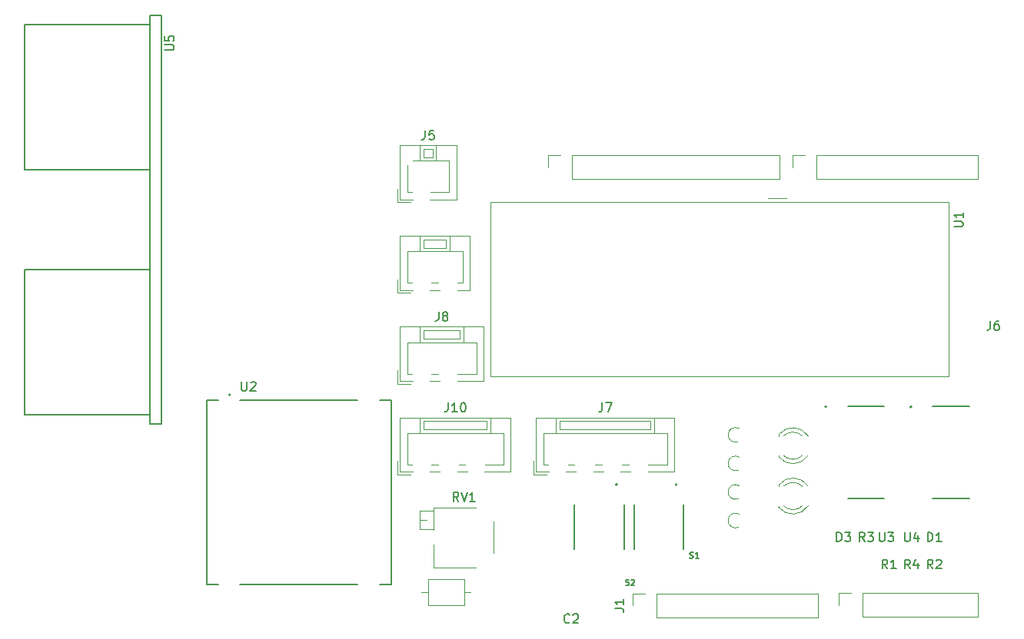
<source format=gbr>
%TF.GenerationSoftware,KiCad,Pcbnew,8.0.0*%
%TF.CreationDate,2024-05-08T19:23:15-07:00*%
%TF.ProjectId,CPE301D_KICAD,43504533-3031-4445-9f4b-494341442e6b,rev?*%
%TF.SameCoordinates,Original*%
%TF.FileFunction,Legend,Top*%
%TF.FilePolarity,Positive*%
%FSLAX46Y46*%
G04 Gerber Fmt 4.6, Leading zero omitted, Abs format (unit mm)*
G04 Created by KiCad (PCBNEW 8.0.0) date 2024-05-08 19:23:15*
%MOMM*%
%LPD*%
G01*
G04 APERTURE LIST*
%ADD10C,0.150000*%
%ADD11C,0.127000*%
%ADD12C,0.200000*%
%ADD13C,0.120000*%
G04 APERTURE END LIST*
D10*
X75262829Y-36277250D02*
X76072774Y-36277250D01*
X76072774Y-36277250D02*
X76168062Y-36229607D01*
X76168062Y-36229607D02*
X76215706Y-36181963D01*
X76215706Y-36181963D02*
X76263349Y-36086675D01*
X76263349Y-36086675D02*
X76263349Y-35896100D01*
X76263349Y-35896100D02*
X76215706Y-35800812D01*
X76215706Y-35800812D02*
X76168062Y-35753169D01*
X76168062Y-35753169D02*
X76072774Y-35705525D01*
X76072774Y-35705525D02*
X75262829Y-35705525D01*
X75262829Y-34752648D02*
X75262829Y-35229086D01*
X75262829Y-35229086D02*
X75739267Y-35276730D01*
X75739267Y-35276730D02*
X75691624Y-35229086D01*
X75691624Y-35229086D02*
X75643980Y-35133799D01*
X75643980Y-35133799D02*
X75643980Y-34895580D01*
X75643980Y-34895580D02*
X75691624Y-34800292D01*
X75691624Y-34800292D02*
X75739267Y-34752648D01*
X75739267Y-34752648D02*
X75834555Y-34705005D01*
X75834555Y-34705005D02*
X76072774Y-34705005D01*
X76072774Y-34705005D02*
X76168062Y-34752648D01*
X76168062Y-34752648D02*
X76215706Y-34800292D01*
X76215706Y-34800292D02*
X76263349Y-34895580D01*
X76263349Y-34895580D02*
X76263349Y-35133799D01*
X76263349Y-35133799D02*
X76215706Y-35229086D01*
X76215706Y-35229086D02*
X76168062Y-35276730D01*
X126018780Y-95257800D02*
X126110209Y-95288276D01*
X126110209Y-95288276D02*
X126262590Y-95288276D01*
X126262590Y-95288276D02*
X126323542Y-95257800D01*
X126323542Y-95257800D02*
X126354018Y-95227323D01*
X126354018Y-95227323D02*
X126384495Y-95166371D01*
X126384495Y-95166371D02*
X126384495Y-95105419D01*
X126384495Y-95105419D02*
X126354018Y-95044466D01*
X126354018Y-95044466D02*
X126323542Y-95013990D01*
X126323542Y-95013990D02*
X126262590Y-94983514D01*
X126262590Y-94983514D02*
X126140685Y-94953038D01*
X126140685Y-94953038D02*
X126079733Y-94922561D01*
X126079733Y-94922561D02*
X126049256Y-94892085D01*
X126049256Y-94892085D02*
X126018780Y-94831133D01*
X126018780Y-94831133D02*
X126018780Y-94770180D01*
X126018780Y-94770180D02*
X126049256Y-94709228D01*
X126049256Y-94709228D02*
X126079733Y-94678752D01*
X126079733Y-94678752D02*
X126140685Y-94648276D01*
X126140685Y-94648276D02*
X126293066Y-94648276D01*
X126293066Y-94648276D02*
X126384495Y-94678752D01*
X126628304Y-94709228D02*
X126658780Y-94678752D01*
X126658780Y-94678752D02*
X126719733Y-94648276D01*
X126719733Y-94648276D02*
X126872114Y-94648276D01*
X126872114Y-94648276D02*
X126933066Y-94678752D01*
X126933066Y-94678752D02*
X126963542Y-94709228D01*
X126963542Y-94709228D02*
X126994019Y-94770180D01*
X126994019Y-94770180D02*
X126994019Y-94831133D01*
X126994019Y-94831133D02*
X126963542Y-94922561D01*
X126963542Y-94922561D02*
X126597828Y-95288276D01*
X126597828Y-95288276D02*
X126994019Y-95288276D01*
X133085780Y-92257800D02*
X133177209Y-92288276D01*
X133177209Y-92288276D02*
X133329590Y-92288276D01*
X133329590Y-92288276D02*
X133390542Y-92257800D01*
X133390542Y-92257800D02*
X133421018Y-92227323D01*
X133421018Y-92227323D02*
X133451495Y-92166371D01*
X133451495Y-92166371D02*
X133451495Y-92105419D01*
X133451495Y-92105419D02*
X133421018Y-92044466D01*
X133421018Y-92044466D02*
X133390542Y-92013990D01*
X133390542Y-92013990D02*
X133329590Y-91983514D01*
X133329590Y-91983514D02*
X133207685Y-91953038D01*
X133207685Y-91953038D02*
X133146733Y-91922561D01*
X133146733Y-91922561D02*
X133116256Y-91892085D01*
X133116256Y-91892085D02*
X133085780Y-91831133D01*
X133085780Y-91831133D02*
X133085780Y-91770180D01*
X133085780Y-91770180D02*
X133116256Y-91709228D01*
X133116256Y-91709228D02*
X133146733Y-91678752D01*
X133146733Y-91678752D02*
X133207685Y-91648276D01*
X133207685Y-91648276D02*
X133360066Y-91648276D01*
X133360066Y-91648276D02*
X133451495Y-91678752D01*
X134061019Y-92288276D02*
X133695304Y-92288276D01*
X133878161Y-92288276D02*
X133878161Y-91648276D01*
X133878161Y-91648276D02*
X133817209Y-91739704D01*
X133817209Y-91739704D02*
X133756257Y-91800657D01*
X133756257Y-91800657D02*
X133695304Y-91831133D01*
X156738095Y-89454819D02*
X156738095Y-90264342D01*
X156738095Y-90264342D02*
X156785714Y-90359580D01*
X156785714Y-90359580D02*
X156833333Y-90407200D01*
X156833333Y-90407200D02*
X156928571Y-90454819D01*
X156928571Y-90454819D02*
X157119047Y-90454819D01*
X157119047Y-90454819D02*
X157214285Y-90407200D01*
X157214285Y-90407200D02*
X157261904Y-90359580D01*
X157261904Y-90359580D02*
X157309523Y-90264342D01*
X157309523Y-90264342D02*
X157309523Y-89454819D01*
X158214285Y-89788152D02*
X158214285Y-90454819D01*
X157976190Y-89407200D02*
X157738095Y-90121485D01*
X157738095Y-90121485D02*
X158357142Y-90121485D01*
X153943095Y-89454819D02*
X153943095Y-90264342D01*
X153943095Y-90264342D02*
X153990714Y-90359580D01*
X153990714Y-90359580D02*
X154038333Y-90407200D01*
X154038333Y-90407200D02*
X154133571Y-90454819D01*
X154133571Y-90454819D02*
X154324047Y-90454819D01*
X154324047Y-90454819D02*
X154419285Y-90407200D01*
X154419285Y-90407200D02*
X154466904Y-90359580D01*
X154466904Y-90359580D02*
X154514523Y-90264342D01*
X154514523Y-90264342D02*
X154514523Y-89454819D01*
X154895476Y-89454819D02*
X155514523Y-89454819D01*
X155514523Y-89454819D02*
X155181190Y-89835771D01*
X155181190Y-89835771D02*
X155324047Y-89835771D01*
X155324047Y-89835771D02*
X155419285Y-89883390D01*
X155419285Y-89883390D02*
X155466904Y-89931009D01*
X155466904Y-89931009D02*
X155514523Y-90026247D01*
X155514523Y-90026247D02*
X155514523Y-90264342D01*
X155514523Y-90264342D02*
X155466904Y-90359580D01*
X155466904Y-90359580D02*
X155419285Y-90407200D01*
X155419285Y-90407200D02*
X155324047Y-90454819D01*
X155324047Y-90454819D02*
X155038333Y-90454819D01*
X155038333Y-90454819D02*
X154943095Y-90407200D01*
X154943095Y-90407200D02*
X154895476Y-90359580D01*
X83704895Y-72841619D02*
X83704895Y-73651142D01*
X83704895Y-73651142D02*
X83752514Y-73746380D01*
X83752514Y-73746380D02*
X83800133Y-73794000D01*
X83800133Y-73794000D02*
X83895371Y-73841619D01*
X83895371Y-73841619D02*
X84085847Y-73841619D01*
X84085847Y-73841619D02*
X84181085Y-73794000D01*
X84181085Y-73794000D02*
X84228704Y-73746380D01*
X84228704Y-73746380D02*
X84276323Y-73651142D01*
X84276323Y-73651142D02*
X84276323Y-72841619D01*
X84704895Y-72936857D02*
X84752514Y-72889238D01*
X84752514Y-72889238D02*
X84847752Y-72841619D01*
X84847752Y-72841619D02*
X85085847Y-72841619D01*
X85085847Y-72841619D02*
X85181085Y-72889238D01*
X85181085Y-72889238D02*
X85228704Y-72936857D01*
X85228704Y-72936857D02*
X85276323Y-73032095D01*
X85276323Y-73032095D02*
X85276323Y-73127333D01*
X85276323Y-73127333D02*
X85228704Y-73270190D01*
X85228704Y-73270190D02*
X84657276Y-73841619D01*
X84657276Y-73841619D02*
X85276323Y-73841619D01*
X166166666Y-66154819D02*
X166166666Y-66869104D01*
X166166666Y-66869104D02*
X166119047Y-67011961D01*
X166119047Y-67011961D02*
X166023809Y-67107200D01*
X166023809Y-67107200D02*
X165880952Y-67154819D01*
X165880952Y-67154819D02*
X165785714Y-67154819D01*
X167071428Y-66154819D02*
X166880952Y-66154819D01*
X166880952Y-66154819D02*
X166785714Y-66202438D01*
X166785714Y-66202438D02*
X166738095Y-66250057D01*
X166738095Y-66250057D02*
X166642857Y-66392914D01*
X166642857Y-66392914D02*
X166595238Y-66583390D01*
X166595238Y-66583390D02*
X166595238Y-66964342D01*
X166595238Y-66964342D02*
X166642857Y-67059580D01*
X166642857Y-67059580D02*
X166690476Y-67107200D01*
X166690476Y-67107200D02*
X166785714Y-67154819D01*
X166785714Y-67154819D02*
X166976190Y-67154819D01*
X166976190Y-67154819D02*
X167071428Y-67107200D01*
X167071428Y-67107200D02*
X167119047Y-67059580D01*
X167119047Y-67059580D02*
X167166666Y-66964342D01*
X167166666Y-66964342D02*
X167166666Y-66726247D01*
X167166666Y-66726247D02*
X167119047Y-66631009D01*
X167119047Y-66631009D02*
X167071428Y-66583390D01*
X167071428Y-66583390D02*
X166976190Y-66535771D01*
X166976190Y-66535771D02*
X166785714Y-66535771D01*
X166785714Y-66535771D02*
X166690476Y-66583390D01*
X166690476Y-66583390D02*
X166642857Y-66631009D01*
X166642857Y-66631009D02*
X166595238Y-66726247D01*
X119833333Y-99359580D02*
X119785714Y-99407200D01*
X119785714Y-99407200D02*
X119642857Y-99454819D01*
X119642857Y-99454819D02*
X119547619Y-99454819D01*
X119547619Y-99454819D02*
X119404762Y-99407200D01*
X119404762Y-99407200D02*
X119309524Y-99311961D01*
X119309524Y-99311961D02*
X119261905Y-99216723D01*
X119261905Y-99216723D02*
X119214286Y-99026247D01*
X119214286Y-99026247D02*
X119214286Y-98883390D01*
X119214286Y-98883390D02*
X119261905Y-98692914D01*
X119261905Y-98692914D02*
X119309524Y-98597676D01*
X119309524Y-98597676D02*
X119404762Y-98502438D01*
X119404762Y-98502438D02*
X119547619Y-98454819D01*
X119547619Y-98454819D02*
X119642857Y-98454819D01*
X119642857Y-98454819D02*
X119785714Y-98502438D01*
X119785714Y-98502438D02*
X119833333Y-98550057D01*
X120214286Y-98550057D02*
X120261905Y-98502438D01*
X120261905Y-98502438D02*
X120357143Y-98454819D01*
X120357143Y-98454819D02*
X120595238Y-98454819D01*
X120595238Y-98454819D02*
X120690476Y-98502438D01*
X120690476Y-98502438D02*
X120738095Y-98550057D01*
X120738095Y-98550057D02*
X120785714Y-98645295D01*
X120785714Y-98645295D02*
X120785714Y-98740533D01*
X120785714Y-98740533D02*
X120738095Y-98883390D01*
X120738095Y-98883390D02*
X120166667Y-99454819D01*
X120166667Y-99454819D02*
X120785714Y-99454819D01*
X105416666Y-65154819D02*
X105416666Y-65869104D01*
X105416666Y-65869104D02*
X105369047Y-66011961D01*
X105369047Y-66011961D02*
X105273809Y-66107200D01*
X105273809Y-66107200D02*
X105130952Y-66154819D01*
X105130952Y-66154819D02*
X105035714Y-66154819D01*
X106035714Y-65583390D02*
X105940476Y-65535771D01*
X105940476Y-65535771D02*
X105892857Y-65488152D01*
X105892857Y-65488152D02*
X105845238Y-65392914D01*
X105845238Y-65392914D02*
X105845238Y-65345295D01*
X105845238Y-65345295D02*
X105892857Y-65250057D01*
X105892857Y-65250057D02*
X105940476Y-65202438D01*
X105940476Y-65202438D02*
X106035714Y-65154819D01*
X106035714Y-65154819D02*
X106226190Y-65154819D01*
X106226190Y-65154819D02*
X106321428Y-65202438D01*
X106321428Y-65202438D02*
X106369047Y-65250057D01*
X106369047Y-65250057D02*
X106416666Y-65345295D01*
X106416666Y-65345295D02*
X106416666Y-65392914D01*
X106416666Y-65392914D02*
X106369047Y-65488152D01*
X106369047Y-65488152D02*
X106321428Y-65535771D01*
X106321428Y-65535771D02*
X106226190Y-65583390D01*
X106226190Y-65583390D02*
X106035714Y-65583390D01*
X106035714Y-65583390D02*
X105940476Y-65631009D01*
X105940476Y-65631009D02*
X105892857Y-65678628D01*
X105892857Y-65678628D02*
X105845238Y-65773866D01*
X105845238Y-65773866D02*
X105845238Y-65964342D01*
X105845238Y-65964342D02*
X105892857Y-66059580D01*
X105892857Y-66059580D02*
X105940476Y-66107200D01*
X105940476Y-66107200D02*
X106035714Y-66154819D01*
X106035714Y-66154819D02*
X106226190Y-66154819D01*
X106226190Y-66154819D02*
X106321428Y-66107200D01*
X106321428Y-66107200D02*
X106369047Y-66059580D01*
X106369047Y-66059580D02*
X106416666Y-65964342D01*
X106416666Y-65964342D02*
X106416666Y-65773866D01*
X106416666Y-65773866D02*
X106369047Y-65678628D01*
X106369047Y-65678628D02*
X106321428Y-65631009D01*
X106321428Y-65631009D02*
X106226190Y-65583390D01*
X123416666Y-75154819D02*
X123416666Y-75869104D01*
X123416666Y-75869104D02*
X123369047Y-76011961D01*
X123369047Y-76011961D02*
X123273809Y-76107200D01*
X123273809Y-76107200D02*
X123130952Y-76154819D01*
X123130952Y-76154819D02*
X123035714Y-76154819D01*
X123797619Y-75154819D02*
X124464285Y-75154819D01*
X124464285Y-75154819D02*
X124035714Y-76154819D01*
X159261905Y-90454819D02*
X159261905Y-89454819D01*
X159261905Y-89454819D02*
X159500000Y-89454819D01*
X159500000Y-89454819D02*
X159642857Y-89502438D01*
X159642857Y-89502438D02*
X159738095Y-89597676D01*
X159738095Y-89597676D02*
X159785714Y-89692914D01*
X159785714Y-89692914D02*
X159833333Y-89883390D01*
X159833333Y-89883390D02*
X159833333Y-90026247D01*
X159833333Y-90026247D02*
X159785714Y-90216723D01*
X159785714Y-90216723D02*
X159738095Y-90311961D01*
X159738095Y-90311961D02*
X159642857Y-90407200D01*
X159642857Y-90407200D02*
X159500000Y-90454819D01*
X159500000Y-90454819D02*
X159261905Y-90454819D01*
X160785714Y-90454819D02*
X160214286Y-90454819D01*
X160500000Y-90454819D02*
X160500000Y-89454819D01*
X160500000Y-89454819D02*
X160404762Y-89597676D01*
X160404762Y-89597676D02*
X160309524Y-89692914D01*
X160309524Y-89692914D02*
X160214286Y-89740533D01*
X124804819Y-97838333D02*
X125519104Y-97838333D01*
X125519104Y-97838333D02*
X125661961Y-97885952D01*
X125661961Y-97885952D02*
X125757200Y-97981190D01*
X125757200Y-97981190D02*
X125804819Y-98124047D01*
X125804819Y-98124047D02*
X125804819Y-98219285D01*
X125804819Y-96838333D02*
X125804819Y-97409761D01*
X125804819Y-97124047D02*
X124804819Y-97124047D01*
X124804819Y-97124047D02*
X124947676Y-97219285D01*
X124947676Y-97219285D02*
X125042914Y-97314523D01*
X125042914Y-97314523D02*
X125090533Y-97409761D01*
X162154819Y-55761904D02*
X162964342Y-55761904D01*
X162964342Y-55761904D02*
X163059580Y-55714285D01*
X163059580Y-55714285D02*
X163107200Y-55666666D01*
X163107200Y-55666666D02*
X163154819Y-55571428D01*
X163154819Y-55571428D02*
X163154819Y-55380952D01*
X163154819Y-55380952D02*
X163107200Y-55285714D01*
X163107200Y-55285714D02*
X163059580Y-55238095D01*
X163059580Y-55238095D02*
X162964342Y-55190476D01*
X162964342Y-55190476D02*
X162154819Y-55190476D01*
X163154819Y-54190476D02*
X163154819Y-54761904D01*
X163154819Y-54476190D02*
X162154819Y-54476190D01*
X162154819Y-54476190D02*
X162297676Y-54571428D01*
X162297676Y-54571428D02*
X162392914Y-54666666D01*
X162392914Y-54666666D02*
X162440533Y-54761904D01*
X159833333Y-93454819D02*
X159500000Y-92978628D01*
X159261905Y-93454819D02*
X159261905Y-92454819D01*
X159261905Y-92454819D02*
X159642857Y-92454819D01*
X159642857Y-92454819D02*
X159738095Y-92502438D01*
X159738095Y-92502438D02*
X159785714Y-92550057D01*
X159785714Y-92550057D02*
X159833333Y-92645295D01*
X159833333Y-92645295D02*
X159833333Y-92788152D01*
X159833333Y-92788152D02*
X159785714Y-92883390D01*
X159785714Y-92883390D02*
X159738095Y-92931009D01*
X159738095Y-92931009D02*
X159642857Y-92978628D01*
X159642857Y-92978628D02*
X159261905Y-92978628D01*
X160214286Y-92550057D02*
X160261905Y-92502438D01*
X160261905Y-92502438D02*
X160357143Y-92454819D01*
X160357143Y-92454819D02*
X160595238Y-92454819D01*
X160595238Y-92454819D02*
X160690476Y-92502438D01*
X160690476Y-92502438D02*
X160738095Y-92550057D01*
X160738095Y-92550057D02*
X160785714Y-92645295D01*
X160785714Y-92645295D02*
X160785714Y-92740533D01*
X160785714Y-92740533D02*
X160738095Y-92883390D01*
X160738095Y-92883390D02*
X160166667Y-93454819D01*
X160166667Y-93454819D02*
X160785714Y-93454819D01*
X106440476Y-75154819D02*
X106440476Y-75869104D01*
X106440476Y-75869104D02*
X106392857Y-76011961D01*
X106392857Y-76011961D02*
X106297619Y-76107200D01*
X106297619Y-76107200D02*
X106154762Y-76154819D01*
X106154762Y-76154819D02*
X106059524Y-76154819D01*
X107440476Y-76154819D02*
X106869048Y-76154819D01*
X107154762Y-76154819D02*
X107154762Y-75154819D01*
X107154762Y-75154819D02*
X107059524Y-75297676D01*
X107059524Y-75297676D02*
X106964286Y-75392914D01*
X106964286Y-75392914D02*
X106869048Y-75440533D01*
X108059524Y-75154819D02*
X108154762Y-75154819D01*
X108154762Y-75154819D02*
X108250000Y-75202438D01*
X108250000Y-75202438D02*
X108297619Y-75250057D01*
X108297619Y-75250057D02*
X108345238Y-75345295D01*
X108345238Y-75345295D02*
X108392857Y-75535771D01*
X108392857Y-75535771D02*
X108392857Y-75773866D01*
X108392857Y-75773866D02*
X108345238Y-75964342D01*
X108345238Y-75964342D02*
X108297619Y-76059580D01*
X108297619Y-76059580D02*
X108250000Y-76107200D01*
X108250000Y-76107200D02*
X108154762Y-76154819D01*
X108154762Y-76154819D02*
X108059524Y-76154819D01*
X108059524Y-76154819D02*
X107964286Y-76107200D01*
X107964286Y-76107200D02*
X107916667Y-76059580D01*
X107916667Y-76059580D02*
X107869048Y-75964342D01*
X107869048Y-75964342D02*
X107821429Y-75773866D01*
X107821429Y-75773866D02*
X107821429Y-75535771D01*
X107821429Y-75535771D02*
X107869048Y-75345295D01*
X107869048Y-75345295D02*
X107916667Y-75250057D01*
X107916667Y-75250057D02*
X107964286Y-75202438D01*
X107964286Y-75202438D02*
X108059524Y-75154819D01*
X149261905Y-90454819D02*
X149261905Y-89454819D01*
X149261905Y-89454819D02*
X149500000Y-89454819D01*
X149500000Y-89454819D02*
X149642857Y-89502438D01*
X149642857Y-89502438D02*
X149738095Y-89597676D01*
X149738095Y-89597676D02*
X149785714Y-89692914D01*
X149785714Y-89692914D02*
X149833333Y-89883390D01*
X149833333Y-89883390D02*
X149833333Y-90026247D01*
X149833333Y-90026247D02*
X149785714Y-90216723D01*
X149785714Y-90216723D02*
X149738095Y-90311961D01*
X149738095Y-90311961D02*
X149642857Y-90407200D01*
X149642857Y-90407200D02*
X149500000Y-90454819D01*
X149500000Y-90454819D02*
X149261905Y-90454819D01*
X150166667Y-89454819D02*
X150785714Y-89454819D01*
X150785714Y-89454819D02*
X150452381Y-89835771D01*
X150452381Y-89835771D02*
X150595238Y-89835771D01*
X150595238Y-89835771D02*
X150690476Y-89883390D01*
X150690476Y-89883390D02*
X150738095Y-89931009D01*
X150738095Y-89931009D02*
X150785714Y-90026247D01*
X150785714Y-90026247D02*
X150785714Y-90264342D01*
X150785714Y-90264342D02*
X150738095Y-90359580D01*
X150738095Y-90359580D02*
X150690476Y-90407200D01*
X150690476Y-90407200D02*
X150595238Y-90454819D01*
X150595238Y-90454819D02*
X150309524Y-90454819D01*
X150309524Y-90454819D02*
X150214286Y-90407200D01*
X150214286Y-90407200D02*
X150166667Y-90359580D01*
X157333333Y-93454819D02*
X157000000Y-92978628D01*
X156761905Y-93454819D02*
X156761905Y-92454819D01*
X156761905Y-92454819D02*
X157142857Y-92454819D01*
X157142857Y-92454819D02*
X157238095Y-92502438D01*
X157238095Y-92502438D02*
X157285714Y-92550057D01*
X157285714Y-92550057D02*
X157333333Y-92645295D01*
X157333333Y-92645295D02*
X157333333Y-92788152D01*
X157333333Y-92788152D02*
X157285714Y-92883390D01*
X157285714Y-92883390D02*
X157238095Y-92931009D01*
X157238095Y-92931009D02*
X157142857Y-92978628D01*
X157142857Y-92978628D02*
X156761905Y-92978628D01*
X158190476Y-92788152D02*
X158190476Y-93454819D01*
X157952381Y-92407200D02*
X157714286Y-93121485D01*
X157714286Y-93121485D02*
X158333333Y-93121485D01*
X152333333Y-90454819D02*
X152000000Y-89978628D01*
X151761905Y-90454819D02*
X151761905Y-89454819D01*
X151761905Y-89454819D02*
X152142857Y-89454819D01*
X152142857Y-89454819D02*
X152238095Y-89502438D01*
X152238095Y-89502438D02*
X152285714Y-89550057D01*
X152285714Y-89550057D02*
X152333333Y-89645295D01*
X152333333Y-89645295D02*
X152333333Y-89788152D01*
X152333333Y-89788152D02*
X152285714Y-89883390D01*
X152285714Y-89883390D02*
X152238095Y-89931009D01*
X152238095Y-89931009D02*
X152142857Y-89978628D01*
X152142857Y-89978628D02*
X151761905Y-89978628D01*
X152666667Y-89454819D02*
X153285714Y-89454819D01*
X153285714Y-89454819D02*
X152952381Y-89835771D01*
X152952381Y-89835771D02*
X153095238Y-89835771D01*
X153095238Y-89835771D02*
X153190476Y-89883390D01*
X153190476Y-89883390D02*
X153238095Y-89931009D01*
X153238095Y-89931009D02*
X153285714Y-90026247D01*
X153285714Y-90026247D02*
X153285714Y-90264342D01*
X153285714Y-90264342D02*
X153238095Y-90359580D01*
X153238095Y-90359580D02*
X153190476Y-90407200D01*
X153190476Y-90407200D02*
X153095238Y-90454819D01*
X153095238Y-90454819D02*
X152809524Y-90454819D01*
X152809524Y-90454819D02*
X152714286Y-90407200D01*
X152714286Y-90407200D02*
X152666667Y-90359580D01*
X103916666Y-45154819D02*
X103916666Y-45869104D01*
X103916666Y-45869104D02*
X103869047Y-46011961D01*
X103869047Y-46011961D02*
X103773809Y-46107200D01*
X103773809Y-46107200D02*
X103630952Y-46154819D01*
X103630952Y-46154819D02*
X103535714Y-46154819D01*
X104869047Y-45154819D02*
X104392857Y-45154819D01*
X104392857Y-45154819D02*
X104345238Y-45631009D01*
X104345238Y-45631009D02*
X104392857Y-45583390D01*
X104392857Y-45583390D02*
X104488095Y-45535771D01*
X104488095Y-45535771D02*
X104726190Y-45535771D01*
X104726190Y-45535771D02*
X104821428Y-45583390D01*
X104821428Y-45583390D02*
X104869047Y-45631009D01*
X104869047Y-45631009D02*
X104916666Y-45726247D01*
X104916666Y-45726247D02*
X104916666Y-45964342D01*
X104916666Y-45964342D02*
X104869047Y-46059580D01*
X104869047Y-46059580D02*
X104821428Y-46107200D01*
X104821428Y-46107200D02*
X104726190Y-46154819D01*
X104726190Y-46154819D02*
X104488095Y-46154819D01*
X104488095Y-46154819D02*
X104392857Y-46107200D01*
X104392857Y-46107200D02*
X104345238Y-46059580D01*
X107604761Y-86029819D02*
X107271428Y-85553628D01*
X107033333Y-86029819D02*
X107033333Y-85029819D01*
X107033333Y-85029819D02*
X107414285Y-85029819D01*
X107414285Y-85029819D02*
X107509523Y-85077438D01*
X107509523Y-85077438D02*
X107557142Y-85125057D01*
X107557142Y-85125057D02*
X107604761Y-85220295D01*
X107604761Y-85220295D02*
X107604761Y-85363152D01*
X107604761Y-85363152D02*
X107557142Y-85458390D01*
X107557142Y-85458390D02*
X107509523Y-85506009D01*
X107509523Y-85506009D02*
X107414285Y-85553628D01*
X107414285Y-85553628D02*
X107033333Y-85553628D01*
X107890476Y-85029819D02*
X108223809Y-86029819D01*
X108223809Y-86029819D02*
X108557142Y-85029819D01*
X109414285Y-86029819D02*
X108842857Y-86029819D01*
X109128571Y-86029819D02*
X109128571Y-85029819D01*
X109128571Y-85029819D02*
X109033333Y-85172676D01*
X109033333Y-85172676D02*
X108938095Y-85267914D01*
X108938095Y-85267914D02*
X108842857Y-85315533D01*
X154833333Y-93454819D02*
X154500000Y-92978628D01*
X154261905Y-93454819D02*
X154261905Y-92454819D01*
X154261905Y-92454819D02*
X154642857Y-92454819D01*
X154642857Y-92454819D02*
X154738095Y-92502438D01*
X154738095Y-92502438D02*
X154785714Y-92550057D01*
X154785714Y-92550057D02*
X154833333Y-92645295D01*
X154833333Y-92645295D02*
X154833333Y-92788152D01*
X154833333Y-92788152D02*
X154785714Y-92883390D01*
X154785714Y-92883390D02*
X154738095Y-92931009D01*
X154738095Y-92931009D02*
X154642857Y-92978628D01*
X154642857Y-92978628D02*
X154261905Y-92978628D01*
X155785714Y-93454819D02*
X155214286Y-93454819D01*
X155500000Y-93454819D02*
X155500000Y-92454819D01*
X155500000Y-92454819D02*
X155404762Y-92597676D01*
X155404762Y-92597676D02*
X155309524Y-92692914D01*
X155309524Y-92692914D02*
X155214286Y-92740533D01*
D11*
%TO.C,U5*%
X59855000Y-33500000D02*
X59855000Y-49500000D01*
X59855000Y-60500000D02*
X59855000Y-76500000D01*
X73655000Y-77500000D02*
X73655000Y-76500000D01*
X73655000Y-76500000D02*
X73655000Y-60500000D01*
X73655000Y-60500000D02*
X73655000Y-49500000D01*
X73655000Y-49500000D02*
X73655000Y-33500000D01*
X73655000Y-33500000D02*
X73655000Y-32500000D01*
X73655000Y-32500000D02*
X74855000Y-32500000D01*
X74855000Y-32500000D02*
X74855000Y-77500000D01*
X74855000Y-77500000D02*
X73655000Y-77500000D01*
X73655000Y-33500000D02*
X59855000Y-33500000D01*
X73655000Y-76500000D02*
X59855000Y-76500000D01*
X73655000Y-49500000D02*
X59855000Y-49500000D01*
X73655000Y-60500000D02*
X59855000Y-60500000D01*
%TO.C,S2*%
X120380000Y-91267000D02*
X120380000Y-86367000D01*
X125820000Y-91267000D02*
X125820000Y-86367000D01*
D12*
X125100000Y-84167000D02*
G75*
G02*
X124900000Y-84167000I-100000J0D01*
G01*
X124900000Y-84167000D02*
G75*
G02*
X125100000Y-84167000I100000J0D01*
G01*
D11*
%TO.C,S1*%
X126947000Y-91267000D02*
X126947000Y-86367000D01*
X132387000Y-91267000D02*
X132387000Y-86367000D01*
D12*
X131667000Y-84167000D02*
G75*
G02*
X131467000Y-84167000I-100000J0D01*
G01*
X131467000Y-84167000D02*
G75*
G02*
X131667000Y-84167000I100000J0D01*
G01*
%TO.C,U4*%
X157510000Y-75600000D02*
G75*
G02*
X157310000Y-75600000I-100000J0D01*
G01*
X157310000Y-75600000D02*
G75*
G02*
X157510000Y-75600000I100000J0D01*
G01*
D11*
X159840000Y-75575000D02*
X163840000Y-75575000D01*
X159840000Y-85695000D02*
X163840000Y-85695000D01*
D12*
%TO.C,U3*%
X148150000Y-75600000D02*
G75*
G02*
X147950000Y-75600000I-100000J0D01*
G01*
X147950000Y-75600000D02*
G75*
G02*
X148150000Y-75600000I100000J0D01*
G01*
D11*
X150480000Y-75575000D02*
X154480000Y-75575000D01*
X150480000Y-85695000D02*
X154480000Y-85695000D01*
%TO.C,U2*%
X79840000Y-74840000D02*
X79840000Y-95160000D01*
X100160000Y-95160000D02*
X100160000Y-74840000D01*
D12*
X82480000Y-74271800D02*
G75*
G02*
X82280000Y-74271800I-100000J0D01*
G01*
X82280000Y-74271800D02*
G75*
G02*
X82480000Y-74271800I100000J0D01*
G01*
D11*
X83500000Y-95160000D02*
X96500000Y-95160000D01*
X83500000Y-74840000D02*
X96500000Y-74840000D01*
X81110000Y-74840000D02*
X79840000Y-74840000D01*
X98890000Y-74840000D02*
X100160000Y-74840000D01*
X81110000Y-95160000D02*
X79840000Y-95160000D01*
X98890000Y-95160000D02*
X100160000Y-95160000D01*
D13*
%TO.C,J3*%
X149470000Y-96130000D02*
X150800000Y-96130000D01*
X149470000Y-97460000D02*
X149470000Y-96130000D01*
X152070000Y-96130000D02*
X164830000Y-96130000D01*
X152070000Y-98790000D02*
X152070000Y-96130000D01*
X152070000Y-98790000D02*
X164830000Y-98790000D01*
X164830000Y-98790000D02*
X164830000Y-96130000D01*
%TO.C,J2*%
X117466000Y-47870000D02*
X118796000Y-47870000D01*
X117466000Y-49200000D02*
X117466000Y-47870000D01*
X120066000Y-47870000D02*
X142986000Y-47870000D01*
X120066000Y-50530000D02*
X120066000Y-47870000D01*
X120066000Y-50530000D02*
X142986000Y-50530000D01*
X142986000Y-50530000D02*
X142986000Y-47870000D01*
%TO.C,J4*%
X144390000Y-47870000D02*
X145720000Y-47870000D01*
X144390000Y-49200000D02*
X144390000Y-47870000D01*
X146990000Y-47870000D02*
X164830000Y-47870000D01*
X146990000Y-50530000D02*
X146990000Y-47870000D01*
X146990000Y-50530000D02*
X164830000Y-50530000D01*
X164830000Y-50530000D02*
X164830000Y-47870000D01*
%TO.C,J6*%
X100840000Y-61560000D02*
X100840000Y-63060000D01*
X100840000Y-63060000D02*
X102340000Y-63060000D01*
X101140000Y-56790000D02*
X108860000Y-56790000D01*
X101140000Y-62760000D02*
X101140000Y-56790000D01*
X101940000Y-58490000D02*
X101940000Y-61960000D01*
X101940000Y-61960000D02*
X102500000Y-61960000D01*
X102540000Y-62760000D02*
X101140000Y-62760000D01*
X103360000Y-56790000D02*
X103360000Y-58490000D01*
X103360000Y-58490000D02*
X101940000Y-58490000D01*
X103360000Y-58490000D02*
X106640000Y-58490000D01*
X103760000Y-57190000D02*
X103760000Y-58090000D01*
X103760000Y-58090000D02*
X106240000Y-58090000D01*
X104460000Y-62760000D02*
X105540000Y-62760000D01*
X104635000Y-61960000D02*
X105365000Y-61960000D01*
X106240000Y-57190000D02*
X103760000Y-57190000D01*
X106240000Y-58090000D02*
X106240000Y-57190000D01*
X106640000Y-56790000D02*
X103360000Y-56790000D01*
X106640000Y-58490000D02*
X106640000Y-56790000D01*
X106640000Y-58490000D02*
X108060000Y-58490000D01*
X108060000Y-58490000D02*
X108060000Y-61960000D01*
X108060000Y-61960000D02*
X107500000Y-61960000D01*
X108860000Y-56790000D02*
X108860000Y-62760000D01*
X108860000Y-62760000D02*
X107460000Y-62760000D01*
%TO.C,C2*%
X103540000Y-96050000D02*
X104230000Y-96050000D01*
X104230000Y-94630000D02*
X104230000Y-97470000D01*
X104230000Y-97470000D02*
X108270000Y-97470000D01*
X108270000Y-94630000D02*
X104230000Y-94630000D01*
X108270000Y-97470000D02*
X108270000Y-94630000D01*
X108960000Y-96050000D02*
X108270000Y-96050000D01*
%TO.C,J8*%
X100840000Y-71560000D02*
X100840000Y-73060000D01*
X100840000Y-73060000D02*
X102340000Y-73060000D01*
X101140000Y-66790000D02*
X110360000Y-66790000D01*
X101140000Y-72760000D02*
X101140000Y-66790000D01*
X101940000Y-68490000D02*
X101940000Y-71960000D01*
X101940000Y-71960000D02*
X102500000Y-71960000D01*
X102540000Y-72760000D02*
X101140000Y-72760000D01*
X103360000Y-66790000D02*
X103360000Y-68490000D01*
X103360000Y-68490000D02*
X101940000Y-68490000D01*
X103360000Y-68490000D02*
X108140000Y-68490000D01*
X103760000Y-67190000D02*
X103760000Y-68090000D01*
X103760000Y-68090000D02*
X107740000Y-68090000D01*
X104460000Y-72760000D02*
X105540000Y-72760000D01*
X104635000Y-71960000D02*
X105365000Y-71960000D01*
X107740000Y-67190000D02*
X103760000Y-67190000D01*
X107740000Y-68090000D02*
X107740000Y-67190000D01*
X108140000Y-66790000D02*
X103360000Y-66790000D01*
X108140000Y-68490000D02*
X108140000Y-66790000D01*
X108140000Y-68490000D02*
X109560000Y-68490000D01*
X109560000Y-68490000D02*
X109560000Y-71960000D01*
X109560000Y-71960000D02*
X107500000Y-71960000D01*
X110360000Y-66790000D02*
X110360000Y-72760000D01*
X110360000Y-72760000D02*
X107460000Y-72760000D01*
%TO.C,J7*%
X115840000Y-81560000D02*
X115840000Y-83060000D01*
X115840000Y-83060000D02*
X117340000Y-83060000D01*
X116140000Y-76790000D02*
X131360000Y-76790000D01*
X116140000Y-82760000D02*
X116140000Y-76790000D01*
X116940000Y-78490000D02*
X116940000Y-81960000D01*
X116940000Y-81960000D02*
X117500000Y-81960000D01*
X117540000Y-82760000D02*
X116140000Y-82760000D01*
X118360000Y-76790000D02*
X118360000Y-78490000D01*
X118360000Y-78490000D02*
X116940000Y-78490000D01*
X118360000Y-78490000D02*
X129140000Y-78490000D01*
X118760000Y-77190000D02*
X118760000Y-78090000D01*
X118760000Y-78090000D02*
X128740000Y-78090000D01*
X119460000Y-82760000D02*
X120540000Y-82760000D01*
X119635000Y-81960000D02*
X120365000Y-81960000D01*
X122460000Y-82760000D02*
X123540000Y-82760000D01*
X122635000Y-81960000D02*
X123365000Y-81960000D01*
X125460000Y-82760000D02*
X126540000Y-82760000D01*
X125635000Y-81960000D02*
X126365000Y-81960000D01*
X128740000Y-77190000D02*
X118760000Y-77190000D01*
X128740000Y-78090000D02*
X128740000Y-77190000D01*
X129140000Y-76790000D02*
X118360000Y-76790000D01*
X129140000Y-78490000D02*
X129140000Y-76790000D01*
X129140000Y-78490000D02*
X130560000Y-78490000D01*
X130560000Y-78490000D02*
X130560000Y-81960000D01*
X130560000Y-81960000D02*
X128500000Y-81960000D01*
X131360000Y-76790000D02*
X131360000Y-82760000D01*
X131360000Y-82760000D02*
X128460000Y-82760000D01*
%TO.C,D1*%
X142870000Y-78664000D02*
X142870000Y-78820000D01*
X142870000Y-80980000D02*
X142870000Y-81136000D01*
X142870001Y-78664485D02*
G75*
G02*
X146102334Y-78821392I1559999J-1235515D01*
G01*
X143389040Y-78820001D02*
G75*
G02*
X145471129Y-78820164I1040960J-1079999D01*
G01*
X145471129Y-80979836D02*
G75*
G02*
X143389040Y-80979999I-1041129J1079836D01*
G01*
X146102334Y-80978608D02*
G75*
G02*
X142870001Y-81135515I-1672334J1078608D01*
G01*
%TO.C,J1*%
X126790000Y-96175000D02*
X128120000Y-96175000D01*
X126790000Y-97505000D02*
X126790000Y-96175000D01*
X129390000Y-96175000D02*
X147230000Y-96175000D01*
X129390000Y-98835000D02*
X129390000Y-96175000D01*
X129390000Y-98835000D02*
X147230000Y-98835000D01*
X147230000Y-98835000D02*
X147230000Y-96175000D01*
%TO.C,U1*%
X111080000Y-53000000D02*
X111080000Y-72240000D01*
X111080000Y-72240000D02*
X161620000Y-72240000D01*
X143700000Y-52620000D02*
X141700000Y-52620000D01*
X161620000Y-53000000D02*
X111080000Y-53000000D01*
X161620000Y-53000000D02*
X161620000Y-72240000D01*
%TO.C,R2*%
X138420095Y-82599358D02*
G75*
G02*
X138517133Y-81150001I-320095J749358D01*
G01*
%TO.C,J10*%
X100840000Y-81560000D02*
X100840000Y-83060000D01*
X100840000Y-83060000D02*
X102340000Y-83060000D01*
X101140000Y-76790000D02*
X113360000Y-76790000D01*
X101140000Y-82760000D02*
X101140000Y-76790000D01*
X101940000Y-78490000D02*
X101940000Y-81960000D01*
X101940000Y-81960000D02*
X102500000Y-81960000D01*
X102540000Y-82760000D02*
X101140000Y-82760000D01*
X103360000Y-76790000D02*
X103360000Y-78490000D01*
X103360000Y-78490000D02*
X101940000Y-78490000D01*
X103360000Y-78490000D02*
X111140000Y-78490000D01*
X103760000Y-77190000D02*
X103760000Y-78090000D01*
X103760000Y-78090000D02*
X110740000Y-78090000D01*
X104460000Y-82760000D02*
X105540000Y-82760000D01*
X104635000Y-81960000D02*
X105365000Y-81960000D01*
X107460000Y-82760000D02*
X108540000Y-82760000D01*
X107635000Y-81960000D02*
X108365000Y-81960000D01*
X110740000Y-77190000D02*
X103760000Y-77190000D01*
X110740000Y-78090000D02*
X110740000Y-77190000D01*
X111140000Y-76790000D02*
X103360000Y-76790000D01*
X111140000Y-78490000D02*
X111140000Y-76790000D01*
X111140000Y-78490000D02*
X112560000Y-78490000D01*
X112560000Y-78490000D02*
X112560000Y-81960000D01*
X112560000Y-81960000D02*
X110500000Y-81960000D01*
X113360000Y-76790000D02*
X113360000Y-82760000D01*
X113360000Y-82760000D02*
X110460000Y-82760000D01*
%TO.C,D3*%
X142870000Y-84214000D02*
X142870000Y-84370000D01*
X142870000Y-86530000D02*
X142870000Y-86686000D01*
X142870001Y-84214485D02*
G75*
G02*
X146102334Y-84371392I1559999J-1235515D01*
G01*
X143389040Y-84370001D02*
G75*
G02*
X145471129Y-84370164I1040960J-1079999D01*
G01*
X145471129Y-86529836D02*
G75*
G02*
X143389040Y-86529999I-1041129J1079836D01*
G01*
X146102334Y-86528608D02*
G75*
G02*
X142870001Y-86685515I-1672334J1078608D01*
G01*
%TO.C,R4*%
X138420095Y-88899358D02*
G75*
G02*
X138517133Y-87450001I-320095J749358D01*
G01*
%TO.C,R3*%
X138420095Y-85749358D02*
G75*
G02*
X138517133Y-84300001I-320095J749358D01*
G01*
%TO.C,J5*%
X100840000Y-51560000D02*
X100840000Y-53060000D01*
X100840000Y-53060000D02*
X102340000Y-53060000D01*
X101140000Y-46790000D02*
X107360000Y-46790000D01*
X101140000Y-52760000D02*
X101140000Y-46790000D01*
X101940000Y-49000000D02*
X101940000Y-51960000D01*
X101940000Y-51960000D02*
X102500000Y-51960000D01*
X102540000Y-52760000D02*
X101140000Y-52760000D01*
X103360000Y-46790000D02*
X103360000Y-48490000D01*
X103360000Y-48490000D02*
X102600000Y-48490000D01*
X103360000Y-48490000D02*
X105140000Y-48490000D01*
X103760000Y-47190000D02*
X103760000Y-48090000D01*
X103760000Y-48090000D02*
X104740000Y-48090000D01*
X104740000Y-47190000D02*
X103760000Y-47190000D01*
X104740000Y-48090000D02*
X104740000Y-47190000D01*
X105140000Y-46790000D02*
X103360000Y-46790000D01*
X105140000Y-48490000D02*
X105140000Y-46790000D01*
X105140000Y-48490000D02*
X106560000Y-48490000D01*
X106560000Y-48490000D02*
X106560000Y-51960000D01*
X106560000Y-51960000D02*
X104500000Y-51960000D01*
X107360000Y-46790000D02*
X107360000Y-52760000D01*
X107360000Y-52760000D02*
X104460000Y-52760000D01*
%TO.C,RV1*%
X103335000Y-87085000D02*
X103335000Y-89105000D01*
X103335000Y-87085000D02*
X104854000Y-87085000D01*
X103335000Y-88095000D02*
X104094000Y-88095000D01*
X103335000Y-89105000D02*
X104854000Y-89105000D01*
X104854000Y-87085000D02*
X104854000Y-89105000D01*
X104855000Y-86705000D02*
X104855000Y-89165000D01*
X104855000Y-86705000D02*
X109510000Y-86705000D01*
X104855000Y-90835000D02*
X104855000Y-93295000D01*
X104855000Y-93295000D02*
X109510000Y-93295000D01*
X111445000Y-88295000D02*
X111445000Y-91705000D01*
%TO.C,R1*%
X138420095Y-79449358D02*
G75*
G02*
X138517133Y-78000001I-320095J749358D01*
G01*
%TD*%
M02*

</source>
